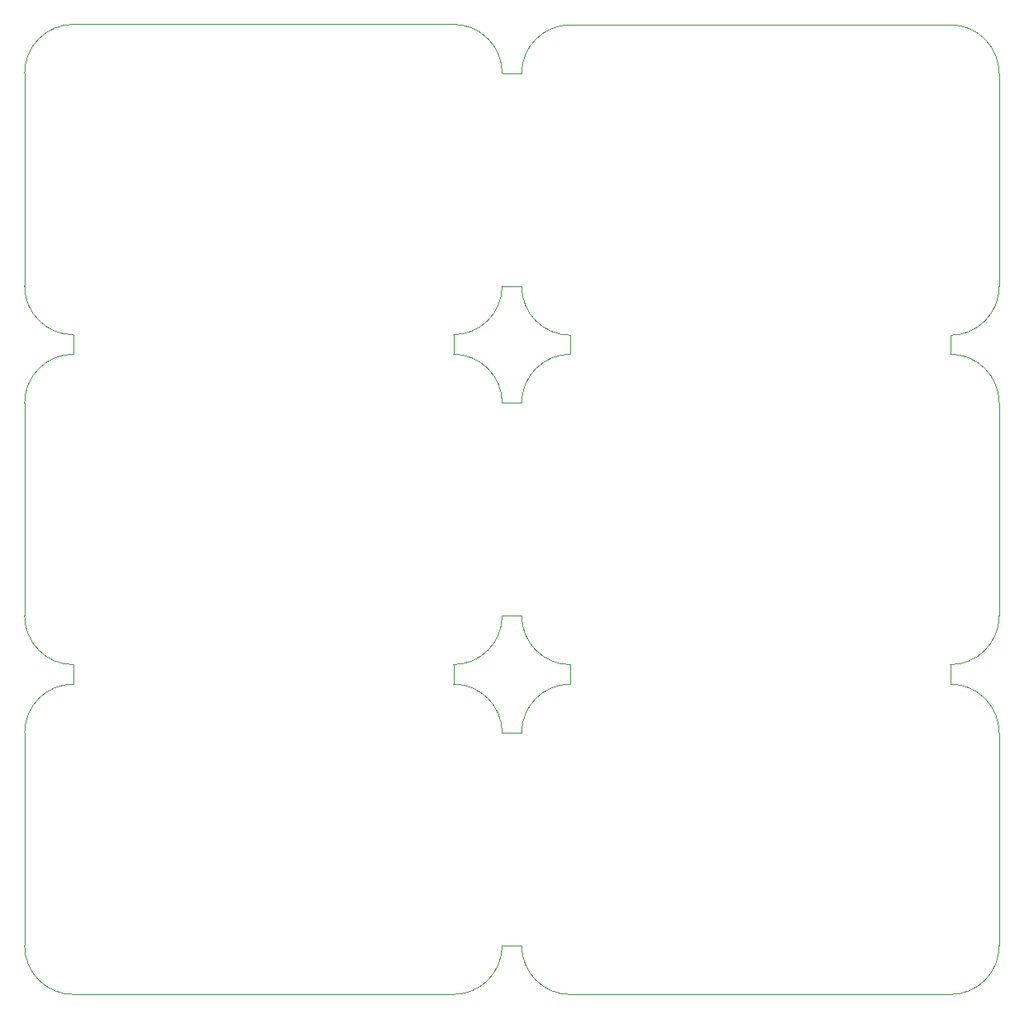
<source format=gbr>
%TF.GenerationSoftware,KiCad,Pcbnew,8.0.3*%
%TF.CreationDate,2025-01-13T20:57:31+02:00*%
%TF.ProjectId,TMF,544d462e-6b69-4636-9164-5f7063625858,rev?*%
%TF.SameCoordinates,Original*%
%TF.FileFunction,Profile,NP*%
%FSLAX46Y46*%
G04 Gerber Fmt 4.6, Leading zero omitted, Abs format (unit mm)*
G04 Created by KiCad (PCBNEW 8.0.3) date 2025-01-13 20:57:31*
%MOMM*%
%LPD*%
G01*
G04 APERTURE LIST*
%TA.AperFunction,Profile*%
%ADD10C,0.050000*%
%TD*%
G04 APERTURE END LIST*
D10*
X116000000Y-97155055D02*
G75*
G02*
X110999945Y-92155055I0J5000055D01*
G01*
X155000000Y-31455055D02*
G75*
G02*
X159999945Y-36455055I0J-4999945D01*
G01*
X160000000Y-92155055D02*
G75*
G02*
X155000000Y-97155060I-5000000J-5D01*
G01*
X116000000Y-131000000D02*
G75*
G02*
X111000000Y-126000000I0J5000000D01*
G01*
X167000000Y-31505055D02*
X206000000Y-31505055D01*
X211000000Y-126005055D02*
G75*
G02*
X206000000Y-131005100I-5000000J-45D01*
G01*
X116000000Y-63305055D02*
G75*
G02*
X110999945Y-58305055I0J5000055D01*
G01*
X162000000Y-104155055D02*
G75*
G02*
X167000000Y-99155050I4999990J15D01*
G01*
X160000000Y-70305055D02*
X162000000Y-70305055D01*
X160000000Y-92155055D02*
X162000000Y-92155055D01*
X167000000Y-63355055D02*
X167000000Y-65305055D01*
X211000000Y-70305055D02*
X211000000Y-92155055D01*
X111000000Y-92155055D02*
X111000000Y-70305055D01*
X155000000Y-65305055D02*
G75*
G02*
X159999945Y-70305055I0J-4999945D01*
G01*
X162000000Y-70305055D02*
G75*
G02*
X167000000Y-65305050I4999990J15D01*
G01*
X116000000Y-97155055D02*
X116000000Y-99150000D01*
X116000000Y-63305055D02*
X116000000Y-65305055D01*
X206000000Y-99155055D02*
G75*
G02*
X210999945Y-104155055I0J-4999945D01*
G01*
X116000000Y-31455055D02*
X155000000Y-31455055D01*
X155000000Y-99150000D02*
G75*
G02*
X160000000Y-104150000I0J-5000000D01*
G01*
X111000000Y-36455055D02*
G75*
G02*
X116000000Y-31455050I4999990J15D01*
G01*
X160000000Y-58305055D02*
G75*
G02*
X155000000Y-63305060I-5000000J-5D01*
G01*
X206000000Y-65305055D02*
G75*
G02*
X210999945Y-70305055I0J-4999945D01*
G01*
X111000000Y-126000000D02*
X111000000Y-104150000D01*
X160000000Y-36455055D02*
X162000000Y-36505055D01*
X167000000Y-97155055D02*
X167000000Y-99155055D01*
X155000000Y-131000000D02*
X116000000Y-131000000D01*
X211000000Y-104155055D02*
X211000000Y-126005055D01*
X206000000Y-31505055D02*
G75*
G02*
X210999945Y-36505055I0J-4999945D01*
G01*
X206000000Y-63355055D02*
X206000000Y-65305055D01*
X111000000Y-70305055D02*
G75*
G02*
X116000000Y-65305050I4999990J15D01*
G01*
X211000000Y-58355055D02*
G75*
G02*
X206000000Y-63355100I-5000000J-45D01*
G01*
X160000000Y-58305055D02*
X162000000Y-58355055D01*
X160000000Y-104150000D02*
X162000000Y-104155055D01*
X211000000Y-36505055D02*
X211000000Y-58355055D01*
X211000000Y-92155055D02*
G75*
G02*
X206000000Y-97155100I-5000000J-45D01*
G01*
X206000000Y-97155055D02*
X206000000Y-99155055D01*
X155000000Y-63305055D02*
X155000000Y-65305055D01*
X206000000Y-131005055D02*
X167000000Y-131005055D01*
X167000000Y-131005055D02*
G75*
G02*
X161999945Y-126005055I0J5000055D01*
G01*
X167000000Y-63355055D02*
G75*
G02*
X161999945Y-58355055I0J5000055D01*
G01*
X160000000Y-126000000D02*
X162000000Y-126005055D01*
X160000000Y-126000000D02*
G75*
G02*
X155000000Y-131000000I-5000000J0D01*
G01*
X111000000Y-58305055D02*
X111000000Y-36455055D01*
X111000000Y-104150000D02*
G75*
G02*
X116000000Y-99150000I5000000J0D01*
G01*
X155000000Y-97155055D02*
X155000000Y-99150000D01*
X167000000Y-97155055D02*
G75*
G02*
X161999945Y-92155055I0J5000055D01*
G01*
X162000000Y-36505055D02*
G75*
G02*
X167000000Y-31505050I4999990J15D01*
G01*
M02*

</source>
